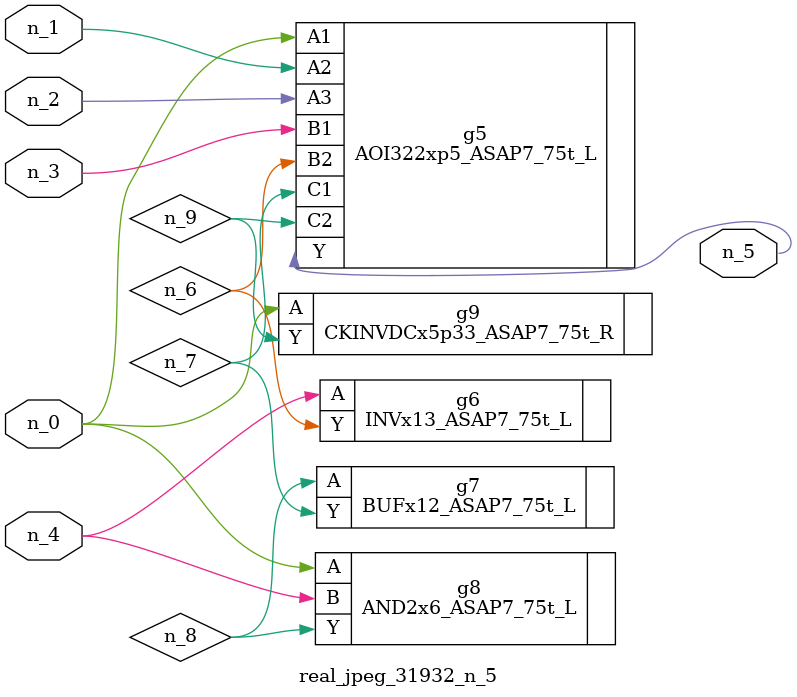
<source format=v>
module real_jpeg_31932_n_5 (n_4, n_0, n_1, n_2, n_3, n_5);

input n_4;
input n_0;
input n_1;
input n_2;
input n_3;

output n_5;

wire n_8;
wire n_6;
wire n_7;
wire n_9;

AOI322xp5_ASAP7_75t_L g5 ( 
.A1(n_0),
.A2(n_1),
.A3(n_2),
.B1(n_3),
.B2(n_6),
.C1(n_7),
.C2(n_9),
.Y(n_5)
);

AND2x6_ASAP7_75t_L g8 ( 
.A(n_0),
.B(n_4),
.Y(n_8)
);

CKINVDCx5p33_ASAP7_75t_R g9 ( 
.A(n_0),
.Y(n_9)
);

INVx13_ASAP7_75t_L g6 ( 
.A(n_4),
.Y(n_6)
);

BUFx12_ASAP7_75t_L g7 ( 
.A(n_8),
.Y(n_7)
);


endmodule
</source>
